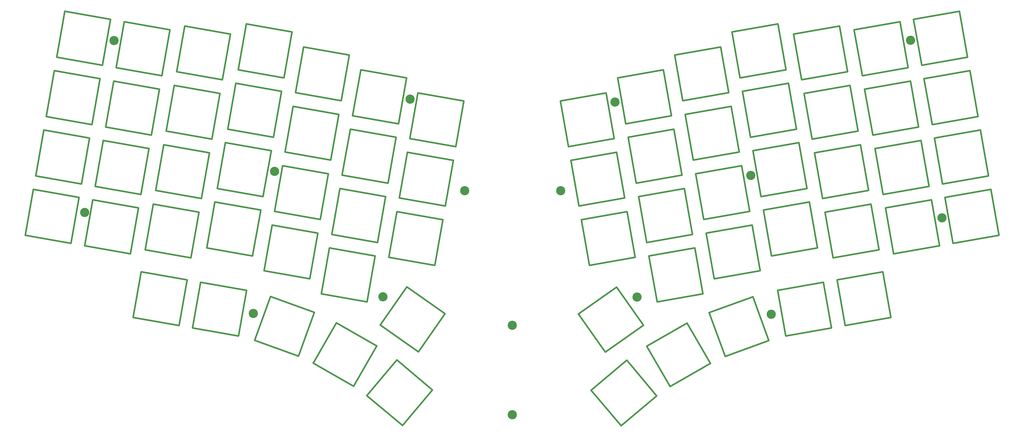
<source format=gbr>
%TF.GenerationSoftware,KiCad,Pcbnew,(6.0.5)*%
%TF.CreationDate,2022-11-14T00:40:42-08:00*%
%TF.ProjectId,po-modular-evq,706f2d6d-6f64-4756-9c61-722d6576712e,rev?*%
%TF.SameCoordinates,Original*%
%TF.FileFunction,Soldermask,Top*%
%TF.FilePolarity,Negative*%
%FSLAX46Y46*%
G04 Gerber Fmt 4.6, Leading zero omitted, Abs format (unit mm)*
G04 Created by KiCad (PCBNEW (6.0.5)) date 2022-11-14 00:40:42*
%MOMM*%
%LPD*%
G01*
G04 APERTURE LIST*
%ADD10C,0.500000*%
%ADD11C,2.900000*%
G04 APERTURE END LIST*
D10*
%TO.C,SW2*%
X120828352Y-116136115D02*
X135265634Y-118681797D01*
X135265634Y-118681797D02*
X132718215Y-133128927D01*
X132718215Y-133128927D02*
X118280934Y-130583245D01*
X118280934Y-130583245D02*
X120828352Y-116136115D01*
%TO.C,SW3*%
X140234290Y-115496201D02*
X154671572Y-118041883D01*
X154671572Y-118041883D02*
X152124153Y-132489013D01*
X152124153Y-132489013D02*
X137686872Y-129943331D01*
X137686872Y-129943331D02*
X140234290Y-115496201D01*
%TO.C,SW4*%
X158251042Y-122734742D02*
X172688324Y-125280424D01*
X172688324Y-125280424D02*
X170140905Y-139727554D01*
X170140905Y-139727554D02*
X155703624Y-137181872D01*
X155703624Y-137181872D02*
X158251042Y-122734742D01*
%TO.C,SW5*%
X176267797Y-129973287D02*
X190705079Y-132518969D01*
X190705079Y-132518969D02*
X188157660Y-146966099D01*
X188157660Y-146966099D02*
X173720379Y-144420417D01*
X173720379Y-144420417D02*
X176267797Y-129973287D01*
%TO.C,SW6*%
X263726462Y-132514765D02*
X278163744Y-129969083D01*
X278163744Y-129969083D02*
X280711162Y-144416213D01*
X280711162Y-144416213D02*
X266273881Y-146961895D01*
X266273881Y-146961895D02*
X263726462Y-132514765D01*
%TO.C,SW7*%
X281743225Y-125276225D02*
X296180507Y-122730543D01*
X296180507Y-122730543D02*
X298727925Y-137177673D01*
X298727925Y-137177673D02*
X284290644Y-139723355D01*
X284290644Y-139723355D02*
X281743225Y-125276225D01*
%TO.C,SW8*%
X299759984Y-118037678D02*
X314197266Y-115491996D01*
X314197266Y-115491996D02*
X316744684Y-129939126D01*
X316744684Y-129939126D02*
X302307403Y-132484808D01*
X302307403Y-132484808D02*
X299759984Y-118037678D01*
%TO.C,SW9*%
X319165916Y-118677595D02*
X333603198Y-116131913D01*
X333603198Y-116131913D02*
X336150616Y-130579043D01*
X336150616Y-130579043D02*
X321713335Y-133124725D01*
X321713335Y-133124725D02*
X319165916Y-118677595D01*
%TO.C,SW10*%
X338224562Y-117347897D02*
X352661844Y-114802215D01*
X352661844Y-114802215D02*
X355209262Y-129249345D01*
X355209262Y-129249345D02*
X340771981Y-131795027D01*
X340771981Y-131795027D02*
X338224562Y-117347897D01*
%TO.C,SW11*%
X98470392Y-133517754D02*
X112907674Y-136063436D01*
X112907674Y-136063436D02*
X110360255Y-150510566D01*
X110360255Y-150510566D02*
X95922974Y-147964884D01*
X95922974Y-147964884D02*
X98470392Y-133517754D01*
%TO.C,SW12*%
X117529034Y-134847454D02*
X131966316Y-137393136D01*
X131966316Y-137393136D02*
X129418897Y-151840266D01*
X129418897Y-151840266D02*
X114981616Y-149294584D01*
X114981616Y-149294584D02*
X117529034Y-134847454D01*
%TO.C,SW13*%
X136934977Y-134207541D02*
X151372259Y-136753223D01*
X151372259Y-136753223D02*
X148824840Y-151200353D01*
X148824840Y-151200353D02*
X134387559Y-148654671D01*
X134387559Y-148654671D02*
X136934977Y-134207541D01*
%TO.C,SW14*%
X154951728Y-141446092D02*
X169389010Y-143991774D01*
X169389010Y-143991774D02*
X166841591Y-158438904D01*
X166841591Y-158438904D02*
X152404310Y-155893222D01*
X152404310Y-155893222D02*
X154951728Y-141446092D01*
%TO.C,SW15*%
X172968486Y-148684644D02*
X187405768Y-151230326D01*
X187405768Y-151230326D02*
X184858349Y-165677456D01*
X184858349Y-165677456D02*
X170421068Y-163131774D01*
X170421068Y-163131774D02*
X172968486Y-148684644D01*
%TO.C,SW16*%
X267025781Y-151226117D02*
X281463063Y-148680435D01*
X281463063Y-148680435D02*
X284010481Y-163127565D01*
X284010481Y-163127565D02*
X269573200Y-165673247D01*
X269573200Y-165673247D02*
X267025781Y-151226117D01*
%TO.C,SW17*%
X285042541Y-143987574D02*
X299479823Y-141441892D01*
X299479823Y-141441892D02*
X302027241Y-155889022D01*
X302027241Y-155889022D02*
X287589960Y-158434704D01*
X287589960Y-158434704D02*
X285042541Y-143987574D01*
%TO.C,SW18*%
X303059291Y-136749021D02*
X317496573Y-134203339D01*
X317496573Y-134203339D02*
X320043991Y-148650469D01*
X320043991Y-148650469D02*
X305606710Y-151196151D01*
X305606710Y-151196151D02*
X303059291Y-136749021D01*
%TO.C,SW19*%
X322465240Y-137388940D02*
X336902522Y-134843258D01*
X336902522Y-134843258D02*
X339449940Y-149290388D01*
X339449940Y-149290388D02*
X325012659Y-151836070D01*
X325012659Y-151836070D02*
X322465240Y-137388940D01*
%TO.C,SW20*%
X341523874Y-136059240D02*
X355961156Y-133513558D01*
X355961156Y-133513558D02*
X358508574Y-147960688D01*
X358508574Y-147960688D02*
X344071293Y-150506370D01*
X344071293Y-150506370D02*
X341523874Y-136059240D01*
%TO.C,SW21*%
X95171072Y-152229105D02*
X109608354Y-154774787D01*
X109608354Y-154774787D02*
X107060935Y-169221917D01*
X107060935Y-169221917D02*
X92623654Y-166676235D01*
X92623654Y-166676235D02*
X95171072Y-152229105D01*
%TO.C,SW22*%
X114229722Y-153558805D02*
X128667004Y-156104487D01*
X128667004Y-156104487D02*
X126119585Y-170551617D01*
X126119585Y-170551617D02*
X111682304Y-168005935D01*
X111682304Y-168005935D02*
X114229722Y-153558805D01*
%TO.C,SW23*%
X133635660Y-152918884D02*
X148072942Y-155464566D01*
X148072942Y-155464566D02*
X145525523Y-169911696D01*
X145525523Y-169911696D02*
X131088242Y-167366014D01*
X131088242Y-167366014D02*
X133635660Y-152918884D01*
%TO.C,SW24*%
X151652412Y-160157430D02*
X166089694Y-162703112D01*
X166089694Y-162703112D02*
X163542275Y-177150242D01*
X163542275Y-177150242D02*
X149104994Y-174604560D01*
X149104994Y-174604560D02*
X151652412Y-160157430D01*
%TO.C,SW25*%
X169669172Y-167395981D02*
X184106454Y-169941663D01*
X184106454Y-169941663D02*
X181559035Y-184388793D01*
X181559035Y-184388793D02*
X167121754Y-181843111D01*
X167121754Y-181843111D02*
X169669172Y-167395981D01*
%TO.C,SW26*%
X270325107Y-169937467D02*
X284762389Y-167391785D01*
X284762389Y-167391785D02*
X287309807Y-181838915D01*
X287309807Y-181838915D02*
X272872526Y-184384597D01*
X272872526Y-184384597D02*
X270325107Y-169937467D01*
%TO.C,SW27*%
X288341851Y-162698918D02*
X302779133Y-160153236D01*
X302779133Y-160153236D02*
X305326551Y-174600366D01*
X305326551Y-174600366D02*
X290889270Y-177146048D01*
X290889270Y-177146048D02*
X288341851Y-162698918D01*
%TO.C,SW28*%
X306358606Y-155460376D02*
X320795888Y-152914694D01*
X320795888Y-152914694D02*
X323343306Y-167361824D01*
X323343306Y-167361824D02*
X308906025Y-169907506D01*
X308906025Y-169907506D02*
X306358606Y-155460376D01*
%TO.C,SW29*%
X325764550Y-156100288D02*
X340201832Y-153554606D01*
X340201832Y-153554606D02*
X342749250Y-168001736D01*
X342749250Y-168001736D02*
X328311969Y-170547418D01*
X328311969Y-170547418D02*
X325764550Y-156100288D01*
%TO.C,SW30*%
X344823187Y-154770586D02*
X359260469Y-152224904D01*
X359260469Y-152224904D02*
X361807887Y-166672034D01*
X361807887Y-166672034D02*
X347370606Y-169217716D01*
X347370606Y-169217716D02*
X344823187Y-154770586D01*
%TO.C,SW31*%
X110468501Y-174889742D02*
X124905783Y-177435424D01*
X124905783Y-177435424D02*
X122358364Y-191882554D01*
X122358364Y-191882554D02*
X107921083Y-189336872D01*
X107921083Y-189336872D02*
X110468501Y-174889742D01*
%TO.C,SW32*%
X129179846Y-178189056D02*
X143617128Y-180734738D01*
X143617128Y-180734738D02*
X141069709Y-195181868D01*
X141069709Y-195181868D02*
X126632428Y-192636186D01*
X126632428Y-192636186D02*
X129179846Y-178189056D01*
%TO.C,SW33*%
X151186966Y-182717861D02*
X164962860Y-187731877D01*
X164962860Y-187731877D02*
X159945424Y-201517168D01*
X159945424Y-201517168D02*
X146169530Y-196503153D01*
X146169530Y-196503153D02*
X151186966Y-182717861D01*
%TO.C,SW36*%
X252093200Y-212226450D02*
X263323412Y-202803184D01*
X263323412Y-202803184D02*
X272753106Y-214041056D01*
X272753106Y-214041056D02*
X261522894Y-223464322D01*
X261522894Y-223464322D02*
X252093200Y-212226450D01*
%TO.C,SW37*%
X269609169Y-198401853D02*
X282305101Y-191071853D01*
X282305101Y-191071853D02*
X289640101Y-203776445D01*
X289640101Y-203776445D02*
X276944168Y-211106445D01*
X276944168Y-211106445D02*
X269609169Y-198401853D01*
%TO.C,SW38*%
X289273100Y-187825294D02*
X303048995Y-182811278D01*
X303048995Y-182811278D02*
X308066431Y-196596569D01*
X308066431Y-196596569D02*
X294290536Y-201610585D01*
X294290536Y-201610585D02*
X289273100Y-187825294D01*
%TO.C,SW39*%
X310814420Y-180730544D02*
X325251702Y-178184862D01*
X325251702Y-178184862D02*
X327799120Y-192631992D01*
X327799120Y-192631992D02*
X313361839Y-195177674D01*
X313361839Y-195177674D02*
X310814420Y-180730544D01*
%TO.C,SW40*%
X329525770Y-177431225D02*
X343963052Y-174885543D01*
X343963052Y-174885543D02*
X346510470Y-189332673D01*
X346510470Y-189332673D02*
X332073189Y-191878355D01*
X332073189Y-191878355D02*
X329525770Y-177431225D01*
%TO.C,SW1*%
X101769706Y-114806404D02*
X116206988Y-117352086D01*
X116206988Y-117352086D02*
X113659569Y-131799216D01*
X113659569Y-131799216D02*
X99222288Y-129253534D01*
X99222288Y-129253534D02*
X101769706Y-114806404D01*
%TO.C,SW43*%
X105069022Y-96095062D02*
X119506304Y-98640744D01*
X119506304Y-98640744D02*
X116958885Y-113087874D01*
X116958885Y-113087874D02*
X102521604Y-110542192D01*
X102521604Y-110542192D02*
X105069022Y-96095062D01*
%TO.C,SW45*%
X124127667Y-97424768D02*
X138564949Y-99970450D01*
X138564949Y-99970450D02*
X136017530Y-114417580D01*
X136017530Y-114417580D02*
X121580249Y-111871898D01*
X121580249Y-111871898D02*
X124127667Y-97424768D01*
%TO.C,SW47*%
X143533606Y-96784849D02*
X157970888Y-99330531D01*
X157970888Y-99330531D02*
X155423469Y-113777661D01*
X155423469Y-113777661D02*
X140986188Y-111231979D01*
X140986188Y-111231979D02*
X143533606Y-96784849D01*
%TO.C,SW48*%
X248130510Y-188186870D02*
X260139279Y-179778239D01*
X260139279Y-179778239D02*
X268553646Y-191795200D01*
X268553646Y-191795200D02*
X256544877Y-200203830D01*
X256544877Y-200203830D02*
X248130510Y-188186870D01*
%TO.C,SW49*%
X161550352Y-104023396D02*
X175987634Y-106569078D01*
X175987634Y-106569078D02*
X173440215Y-121016208D01*
X173440215Y-121016208D02*
X159002934Y-118470526D01*
X159002934Y-118470526D02*
X161550352Y-104023396D01*
%TO.C,SW50*%
X334925249Y-98636547D02*
X349362531Y-96090865D01*
X349362531Y-96090865D02*
X351909949Y-110537995D01*
X351909949Y-110537995D02*
X337472668Y-113083677D01*
X337472668Y-113083677D02*
X334925249Y-98636547D01*
%TO.C,SW52*%
X260427159Y-113803419D02*
X274864441Y-111257737D01*
X274864441Y-111257737D02*
X277411859Y-125704867D01*
X277411859Y-125704867D02*
X262974578Y-128250549D01*
X262974578Y-128250549D02*
X260427159Y-113803419D01*
%TO.C,SW53*%
X278443917Y-106564880D02*
X292881199Y-104019198D01*
X292881199Y-104019198D02*
X295428617Y-118466328D01*
X295428617Y-118466328D02*
X280991336Y-121012010D01*
X280991336Y-121012010D02*
X278443917Y-106564880D01*
%TO.C,SW54*%
X296460661Y-99326339D02*
X310897943Y-96780657D01*
X310897943Y-96780657D02*
X313445361Y-111227787D01*
X313445361Y-111227787D02*
X299008080Y-113773469D01*
X299008080Y-113773469D02*
X296460661Y-99326339D01*
%TO.C,SW55*%
X315866604Y-99966254D02*
X330303886Y-97420572D01*
X330303886Y-97420572D02*
X332851304Y-111867702D01*
X332851304Y-111867702D02*
X318414023Y-114413384D01*
X318414023Y-114413384D02*
X315866604Y-99966254D01*
%TO.C,SW51*%
X179567113Y-111261941D02*
X194004395Y-113807623D01*
X194004395Y-113807623D02*
X191456976Y-128254753D01*
X191456976Y-128254753D02*
X177019695Y-125709071D01*
X177019695Y-125709071D02*
X179567113Y-111261941D01*
%TO.C,SW42*%
X86357677Y-92795750D02*
X100794959Y-95341432D01*
X100794959Y-95341432D02*
X98247540Y-109788562D01*
X98247540Y-109788562D02*
X83810259Y-107242880D01*
X83810259Y-107242880D02*
X86357677Y-92795750D01*
%TO.C,SW44*%
X83058360Y-111507087D02*
X97495642Y-114052769D01*
X97495642Y-114052769D02*
X94948223Y-128499899D01*
X94948223Y-128499899D02*
X80510942Y-125954217D01*
X80510942Y-125954217D02*
X83058360Y-111507087D01*
%TO.C,SW57*%
X79759052Y-130218442D02*
X94196334Y-132764124D01*
X94196334Y-132764124D02*
X91648915Y-147211254D01*
X91648915Y-147211254D02*
X77211634Y-144665572D01*
X77211634Y-144665572D02*
X79759052Y-130218442D01*
%TO.C,SW58*%
X76459722Y-148929786D02*
X90897004Y-151475468D01*
X90897004Y-151475468D02*
X88349585Y-165922598D01*
X88349585Y-165922598D02*
X73912304Y-163376916D01*
X73912304Y-163376916D02*
X76459722Y-148929786D01*
%TO.C,SW59*%
X197583856Y-118500500D02*
X212021138Y-121046182D01*
X212021138Y-121046182D02*
X209473719Y-135493312D01*
X209473719Y-135493312D02*
X195036438Y-132947630D01*
X195036438Y-132947630D02*
X197583856Y-118500500D01*
%TO.C,SW60*%
X194284549Y-137211836D02*
X208721831Y-139757518D01*
X208721831Y-139757518D02*
X206174412Y-154204648D01*
X206174412Y-154204648D02*
X191737131Y-151658966D01*
X191737131Y-151658966D02*
X194284549Y-137211836D01*
%TO.C,SW61*%
X190985248Y-155923184D02*
X205422530Y-158468866D01*
X205422530Y-158468866D02*
X202875111Y-172915996D01*
X202875111Y-172915996D02*
X188437830Y-170370314D01*
X188437830Y-170370314D02*
X190985248Y-155923184D01*
%TO.C,SW65*%
X242410402Y-121041971D02*
X256847684Y-118496289D01*
X256847684Y-118496289D02*
X259395102Y-132943419D01*
X259395102Y-132943419D02*
X244957821Y-135489101D01*
X244957821Y-135489101D02*
X242410402Y-121041971D01*
%TO.C,SW66*%
X245709718Y-139753318D02*
X260147000Y-137207636D01*
X260147000Y-137207636D02*
X262694418Y-151654766D01*
X262694418Y-151654766D02*
X248257137Y-154200448D01*
X248257137Y-154200448D02*
X245709718Y-139753318D01*
%TO.C,SW67*%
X249009028Y-158464667D02*
X263446310Y-155918985D01*
X263446310Y-155918985D02*
X265993728Y-170366115D01*
X265993728Y-170366115D02*
X251556447Y-172911797D01*
X251556447Y-172911797D02*
X249009028Y-158464667D01*
%TO.C,SW69*%
X360235221Y-132759926D02*
X374672503Y-130214244D01*
X374672503Y-130214244D02*
X377219921Y-144661374D01*
X377219921Y-144661374D02*
X362782640Y-147207056D01*
X362782640Y-147207056D02*
X360235221Y-132759926D01*
%TO.C,SW70*%
X363534534Y-151471270D02*
X377971816Y-148925588D01*
X377971816Y-148925588D02*
X380519234Y-163372718D01*
X380519234Y-163372718D02*
X366081953Y-165918400D01*
X366081953Y-165918400D02*
X363534534Y-151471270D01*
%TO.C,SW71*%
X353636598Y-95337231D02*
X368073880Y-92791549D01*
X368073880Y-92791549D02*
X370621298Y-107238679D01*
X370621298Y-107238679D02*
X356184017Y-109784361D01*
X356184017Y-109784361D02*
X353636598Y-95337231D01*
%TO.C,SW72*%
X356935905Y-114048577D02*
X371373187Y-111502895D01*
X371373187Y-111502895D02*
X373920605Y-125950025D01*
X373920605Y-125950025D02*
X359483324Y-128495707D01*
X359483324Y-128495707D02*
X356935905Y-114048577D01*
%TO.C,SW34*%
X171930672Y-190970300D02*
X184626604Y-198300300D01*
X184626604Y-198300300D02*
X177291604Y-211004892D01*
X177291604Y-211004892D02*
X164595672Y-203674892D01*
X164595672Y-203674892D02*
X171930672Y-190970300D01*
%TO.C,SW35*%
X190939763Y-202719676D02*
X202169975Y-212142942D01*
X202169975Y-212142942D02*
X192740281Y-223380814D01*
X192740281Y-223380814D02*
X181510069Y-213957548D01*
X181510069Y-213957548D02*
X190939763Y-202719676D01*
%TO.C,SW56*%
X194123894Y-179694731D02*
X206132662Y-188103361D01*
X206132662Y-188103361D02*
X197718296Y-200120322D01*
X197718296Y-200120322D02*
X185709527Y-191711692D01*
X185709527Y-191711692D02*
X194123894Y-179694731D01*
%TD*%
D11*
%TO.C,H11*%
X266542584Y-182865693D03*
%TD*%
%TO.C,H13*%
X362532581Y-157895694D03*
%TD*%
%TO.C,H14*%
X227262585Y-191780000D03*
%TD*%
%TO.C,H1*%
X101912586Y-102055688D03*
%TD*%
%TO.C,H8*%
X259592582Y-121455690D03*
%TD*%
%TO.C,H2*%
X195142587Y-120455688D03*
%TD*%
%TO.C,H5*%
X186532582Y-182815691D03*
%TD*%
%TO.C,H6*%
X145762583Y-188035688D03*
%TD*%
%TO.C,H10*%
X302342582Y-144515691D03*
%TD*%
%TO.C,H16*%
X242520000Y-149330000D03*
%TD*%
%TO.C,H15*%
X212270000Y-149330000D03*
%TD*%
%TO.C,H9*%
X352652583Y-101935691D03*
%TD*%
%TO.C,H3*%
X152452584Y-143265692D03*
%TD*%
%TO.C,H7*%
X227262585Y-219925692D03*
%TD*%
%TO.C,H4*%
X92612583Y-156245688D03*
%TD*%
%TO.C,H12*%
X308812583Y-188285693D03*
%TD*%
M02*

</source>
